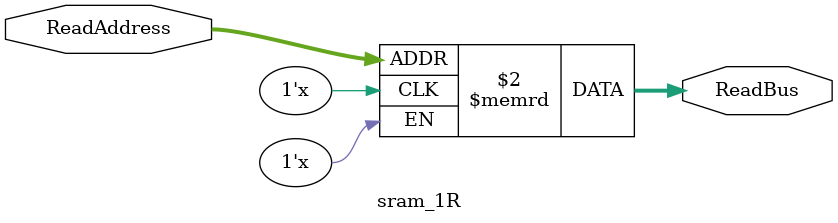
<source format=v>
`timescale 1ns / 1ps
module sram_1R (ReadAddress, ReadBus);
input  [9:0] ReadAddress; // Change as you change size of SRAM
output [7:0] ReadBus;

reg [7:0] Register [0:1023];   // 1024 words, with each 8 bits wide
reg [7:0] ReadBus;

// Note the 4 ns delay - this is the OUTPUT DELAY FOR THE MEMORY FOR SYNTHESIS
always@(*) 
  begin 
    #4 ReadBus  =  Register[ReadAddress];
  end
endmodule

</source>
